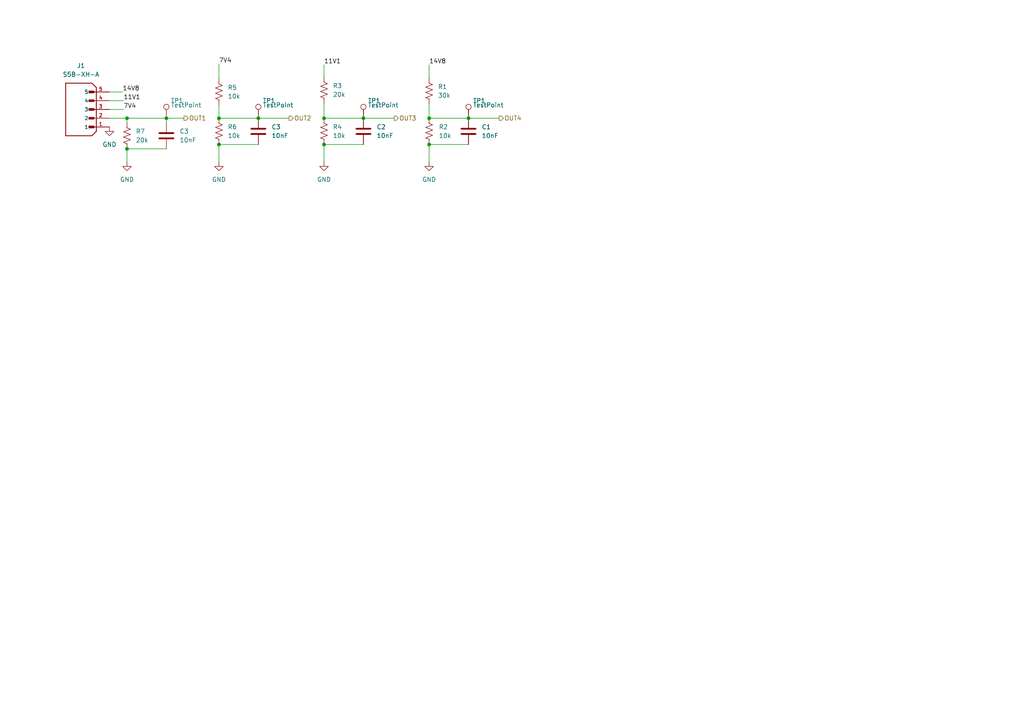
<source format=kicad_sch>
(kicad_sch (version 20230121) (generator eeschema)
  (paper "A4")
  (lib_symbols
    (symbol "Connector:TestPoint" (pin_numbers hide) (pin_names (offset 0.762) hide)
      (property "Reference" "TP" (at 0 6.858 0))
      (property "Value" "TestPoint" (at 0 5.08 0))
      (symbol "TestPoint_0_1"
        (circle (center 0 3.302) (radius 0.762))
      )
      (symbol "TestPoint_1_1"
        (pin passive line (at 0 0 90) (length 2.54) (name "1") (number "1"))
      )
    )
    (symbol "Device:C" (pin_numbers hide) (pin_names (offset 0.254))
      (property "Reference" "C" (at 0.635 2.54 0))
      (property "Value" "C" (at 0.635 -2.54 0))
      (symbol "C_0_1"
        (polyline (pts (xy -2.032 -0.762) (xy 2.032 -0.762)) (stroke (width 0.508)))
        (polyline (pts (xy -2.032 0.762) (xy 2.032 0.762)) (stroke (width 0.508)))
      )
      (symbol "C_1_1"
        (pin passive line (at 0 3.81 270) (length 2.794) (name "~") (number "1"))
        (pin passive line (at 0 -3.81 90) (length 2.794) (name "~") (number "2"))
      )
    )
    (symbol "Device:R_US" (pin_numbers hide) (pin_names (offset 0))
      (property "Reference" "R" (at 2.54 0 90))
      (property "Value" "R_US" (at -2.54 0 90))
      (symbol "R_US_0_1"
        (polyline (pts (xy 0 -2.286) (xy 0 -2.54)))
        (polyline (pts (xy 0 2.286) (xy 0 2.54)))
        (polyline (pts (xy 0 -0.762) (xy 1.016 -1.143) (xy 0 -1.524) (xy -1.016 -1.905) (xy 0 -2.286)))
        (polyline (pts (xy 0 0.762) (xy 1.016 0.381) (xy 0 0) (xy -1.016 -0.381) (xy 0 -0.762)))
        (polyline (pts (xy 0 2.286) (xy 1.016 1.905) (xy 0 1.524) (xy -1.016 1.143) (xy 0 0.762)))
      )
      (symbol "R_US_1_1"
        (pin passive line (at 0 3.81 270) (length 1.27) (name "~") (number "1"))
        (pin passive line (at 0 -3.81 90) (length 1.27) (name "~") (number "2"))
      )
    )
    (symbol "S5B-XH-A:S5B-XH-A" (pin_names (offset 1.016))
      (property "Reference" "J" (at 0 8.89 0))
      (property "Value" "S5B-XH-A" (at 0 -10.16 0))
      (symbol "S5B-XH-A_0_0"
        (rectangle (start -0.635 -5.3975) (end 0.9525 -4.7625) (stroke (width 0.1)) (fill (type outline)))
        (rectangle (start -0.635 -2.8575) (end 0.9525 -2.2225) (stroke (width 0.1)) (fill (type outline)))
        (rectangle (start -0.635 -0.3175) (end 0.9525 0.3175) (stroke (width 0.1)) (fill (type outline)))
        (rectangle (start -0.635 2.2225) (end 0.9525 2.8575) (stroke (width 0.1)) (fill (type outline)))
        (rectangle (start -0.635 4.7625) (end 0.9525 5.3975) (stroke (width 0.1)) (fill (type outline)))
        (polyline (pts (xy -1.27 -6.35) (xy 0 -7.62)) (stroke (width 0.254)))
        (polyline (pts (xy -1.27 6.35) (xy -1.27 -6.35)) (stroke (width 0.254)))
        (polyline (pts (xy -1.27 6.35) (xy 0 7.62)) (stroke (width 0.254)))
        (polyline (pts (xy 0 -7.62) (xy 7.62 -7.62)) (stroke (width 0.254)))
        (polyline (pts (xy 7.62 -7.62) (xy 7.62 7.62)) (stroke (width 0.254)))
        (polyline (pts (xy 7.62 7.62) (xy 0 7.62)) (stroke (width 0.254)))
        (pin passive line (at -5.08 5.08 0) (length 5.08) (name "1") (number "1"))
        (pin passive line (at -5.08 2.54 0) (length 5.08) (name "2") (number "2"))
        (pin passive line (at -5.08 0 0) (length 5.08) (name "3") (number "3"))
        (pin passive line (at -5.08 -2.54 0) (length 5.08) (name "4") (number "4"))
        (pin passive line (at -5.08 -5.08 0) (length 5.08) (name "5") (number "5"))
      )
    )
    (symbol "power:GND" (power) (pin_names (offset 0))
      (property "Value" "GND" (at 0 -3.81 0))
      (symbol "GND_0_1"
        (polyline (pts (xy 0 0) (xy 0 -1.27) (xy 1.27 -1.27) (xy 0 -2.54) (xy -1.27 -1.27) (xy 0 -1.27)))
      )
      (symbol "GND_1_1"
        (pin power_in line (at 0 0 270) (length 0) hide (name "GND") (number "1"))
      )
    )
  )
  (junction (at 36.83 34.29))
  (junction (at 48.26 34.29))
  (junction (at 93.98 41.91))
  (junction (at 63.5 34.29))
  (junction (at 124.46 34.29))
  (junction (at 93.98 34.29))
  (junction (at 135.89 34.29))
  (junction (at 124.46 41.91))
  (junction (at 63.5 41.91))
  (junction (at 74.93 34.29))
  (junction (at 105.41 34.29))
  (junction (at 36.83 43.18))
  (wire (pts (xy 36.83 43.18) (xy 36.83 46.99)))
  (wire (pts (xy 31.75 31.75) (xy 35.814 31.75)))
  (wire (pts (xy 36.83 43.18) (xy 48.26 43.18)))
  (wire (pts (xy 93.98 34.29) (xy 105.41 34.29)))
  (wire (pts (xy 31.75 29.21) (xy 35.814 29.21)))
  (wire (pts (xy 63.5 41.91) (xy 63.5 46.99)))
  (wire (pts (xy 124.46 41.91) (xy 124.46 46.99)))
  (wire (pts (xy 93.98 41.91) (xy 93.98 46.99)))
  (wire (pts (xy 124.46 18.796) (xy 124.46 22.606)))
  (wire (pts (xy 48.26 34.29) (xy 48.26 35.56)))
  (wire (pts (xy 124.46 41.91) (xy 135.89 41.91)))
  (wire (pts (xy 63.5 41.91) (xy 74.93 41.91)))
  (wire (pts (xy 105.41 34.29) (xy 114.3 34.29)))
  (wire (pts (xy 93.98 29.972) (xy 93.98 34.29)))
  (wire (pts (xy 63.5 34.29) (xy 74.93 34.29)))
  (wire (pts (xy 135.89 34.29) (xy 144.78 34.29)))
  (wire (pts (xy 93.98 41.91) (xy 105.41 41.91)))
  (wire (pts (xy 31.75 26.67) (xy 35.56 26.67)))
  (wire (pts (xy 63.5 18.542) (xy 63.5 22.86)))
  (wire (pts (xy 31.75 34.29) (xy 36.83 34.29)))
  (wire (pts (xy 74.93 34.29) (xy 83.82 34.29)))
  (wire (pts (xy 36.83 34.29) (xy 48.26 34.29)))
  (wire (pts (xy 48.26 34.29) (xy 53.34 34.29)))
  (wire (pts (xy 63.5 30.48) (xy 63.5 34.29)))
  (wire (pts (xy 124.46 34.29) (xy 135.89 34.29)))
  (wire (pts (xy 36.83 34.29) (xy 36.83 35.56)))
  (wire (pts (xy 93.98 18.796) (xy 93.98 22.352)))
  (wire (pts (xy 124.46 30.226) (xy 124.46 34.29)))
  (label "7V4" (at 63.5 18.542 0))
  (label "11V1" (at 93.98 18.796 0))
  (label "7V4" (at 35.814 31.75 0))
  (label "14V8" (at 35.56 26.67 0))
  (label "14V8" (at 124.46 18.796 0))
  (label "11V1" (at 35.814 29.21 0))
  (hierarchical_label "OUT2" (shape output) (at 83.82 34.29 0))
  (hierarchical_label "OUT1" (shape output) (at 53.34 34.29 0))
  (hierarchical_label "OUT4" (shape output) (at 144.78 34.29 0))
  (hierarchical_label "OUT3" (shape output) (at 114.3 34.29 0))
  (symbol (lib_id "Device:R_US") (at 36.83 39.37 0) (unit 1)
    (property "Reference" "R7" (at 39.37 38.1 0) (effects (justify left)))
    (property "Value" "20k" (at 39.37 40.64 0) (effects (justify left)))
    (property "Footprint" "Resistor_SMD:R_0805_2012Metric_Pad1.20x1.40mm_HandSolder" (effects hide))
  )
  (symbol (lib_id "power:GND") (at 31.75 36.83 0) (unit 1)
    (property "Reference" "#PWR01" (effects hide))
    (property "Value" "GND" (at 31.75 41.91 0))
  )
  (symbol (lib_id "Device:R_US") (at 124.46 38.1 180) (unit 1)
    (property "Reference" "R2" (at 127.254 36.83 0) (effects (justify right)))
    (property "Value" "10k" (at 127.254 39.37 0) (effects (justify right)))
    (property "Footprint" "Resistor_SMD:R_0805_2012Metric_Pad1.20x1.40mm_HandSolder" (effects hide))
  )
  (symbol (lib_id "Device:C") (at 74.93 38.1 0) (unit 1)
    (property "Reference" "C3" (at 78.74 36.83 0) (effects (justify left)))
    (property "Value" "10nF" (at 78.74 39.37 0) (effects (justify left)))
    (property "Footprint" "Capacitor_SMD:C_0805_2012Metric_Pad1.18x1.45mm_HandSolder" (effects hide))
  )
  (symbol (lib_id "Device:C") (at 135.89 38.1 0) (unit 1)
    (property "Reference" "C1" (at 139.7 36.83 0) (effects (justify left)))
    (property "Value" "10nF" (at 139.7 39.37 0) (effects (justify left)))
    (property "Footprint" "Capacitor_SMD:C_0805_2012Metric_Pad1.18x1.45mm_HandSolder" (effects hide))
  )
  (symbol (lib_id "Device:R_US") (at 93.98 38.1 0) (unit 1)
    (property "Reference" "R4" (at 96.52 36.83 0) (effects (justify left)))
    (property "Value" "10k" (at 96.52 39.37 0) (effects (justify left)))
    (property "Footprint" "Resistor_SMD:R_0805_2012Metric_Pad1.20x1.40mm_HandSolder" (effects hide))
  )
  (symbol (lib_id "power:GND") (at 63.5 46.99 0) (unit 1)
    (property "Reference" "#PWR04" (effects hide))
    (property "Value" "GND" (at 63.5 52.07 0))
  )
  (symbol (lib_id "power:GND") (at 124.46 46.99 0) (unit 1)
    (property "Reference" "#PWR02" (effects hide))
    (property "Value" "GND" (at 124.46 52.07 0))
  )
  (symbol (lib_id "Connector:TestPoint") (at 74.93 34.29 0) (unit 1)
    (property "Reference" "TP1" (at 76.1859 29.21 0) (effects (justify left)))
    (property "Value" "TestPoint" (at 76.1859 30.48 0) (effects (justify left)))
    (property "Footprint" "PCM_4ms_TestPoint:TestPoint_Pad_06" (effects hide))
    (instances (project "battery monitoring board" (path "" (reference "TP1") (unit 1)) (path "" (reference "TP9") (unit 1)) (path "" (reference "21") (unit 1)) (path "" (reference "2") (unit 1))))
  )
  (symbol (lib_id "Device:R_US") (at 93.98 26.162 180) (unit 1)
    (property "Reference" "R3" (at 96.52 24.892 0) (effects (justify right)))
    (property "Value" "20k" (at 96.52 27.432 0) (effects (justify right)))
    (property "Footprint" "Resistor_SMD:R_0805_2012Metric_Pad1.20x1.40mm_HandSolder" (effects hide))
  )
  (symbol (lib_id "power:GND") (at 93.98 46.99 0) (unit 1)
    (property "Reference" "#PWR03" (effects hide))
    (property "Value" "GND" (at 93.98 52.07 0))
  )
  (symbol (lib_id "Device:C") (at 48.26 39.37 0) (unit 1)
    (property "Reference" "C3" (at 52.07 38.1 0) (effects (justify left)))
    (property "Value" "10nF" (at 52.07 40.64 0) (effects (justify left)))
    (property "Footprint" "Capacitor_SMD:C_0805_2012Metric_Pad1.18x1.45mm_HandSolder" (effects hide))
  )
  (symbol (lib_id "Connector:TestPoint") (at 48.26 34.29 0) (unit 1)
    (property "Reference" "TP1" (at 49.5159 29.21 0) (effects (justify left)))
    (property "Value" "TestPoint" (at 49.5159 30.48 0) (effects (justify left)))
    (property "Footprint" "PCM_4ms_TestPoint:TestPoint_Pad_06" (effects hide))
    (instances (project "battery monitoring board" (path "" (reference "TP1") (unit 1)) (path "" (reference "TP9") (unit 1)) (path "" (reference "11") (unit 1)) (path "" (reference "12") (unit 1))))
  )
  (symbol (lib_id "Device:R_US") (at 124.46 26.416 180) (unit 1)
    (property "Reference" "R1" (at 127 25.146 0) (effects (justify right)))
    (property "Value" "30k" (at 127 27.686 0) (effects (justify right)))
    (property "Footprint" "Resistor_SMD:R_0805_2012Metric_Pad1.20x1.40mm_HandSolder" (effects hide))
  )
  (symbol (lib_id "Device:R_US") (at 63.5 38.1 0) (unit 1)
    (property "Reference" "R6" (at 66.04 36.83 0) (effects (justify left)))
    (property "Value" "10k" (at 66.04 39.37 0) (effects (justify left)))
    (property "Footprint" "Resistor_SMD:R_0805_2012Metric_Pad1.20x1.40mm_HandSolder" (effects hide))
  )
  (symbol (lib_id "Device:C") (at 105.41 38.1 0) (unit 1)
    (property "Reference" "C2" (at 109.22 36.83 0) (effects (justify left)))
    (property "Value" "10nF" (at 109.22 39.37 0) (effects (justify left)))
    (property "Footprint" "Capacitor_SMD:C_0805_2012Metric_Pad1.18x1.45mm_HandSolder" (effects hide))
  )
  (symbol (lib_id "Device:R_US") (at 63.5 26.67 180) (unit 1)
    (property "Reference" "R5" (at 66.04 25.4 0) (effects (justify right)))
    (property "Value" "10k" (at 66.04 27.94 0) (effects (justify right)))
    (property "Footprint" "Resistor_SMD:R_0805_2012Metric_Pad1.20x1.40mm_HandSolder" (effects hide))
  )
  (symbol (lib_id "power:GND") (at 36.83 46.99 0) (unit 1)
    (property "Reference" "#PWR05" (effects hide))
    (property "Value" "GND" (at 36.83 52.07 0))
  )
  (symbol (lib_id "S5B-XH-A:S5B-XH-A") (at 26.67 31.75 180) (unit 1)
    (property "Reference" "J1" (at 23.495 19.05 0))
    (property "Value" "S5B-XH-A" (at 23.495 21.59 0))
    (property "Footprint" "Connector_JST:JST_XH_B5B-XH-A_1x05_P2.50mm_Vertical" (effects hide))
    (property "MF" "JST Sales" (effects hide))
    (property "MAXIMUM_PACKAGE_HEIGHT" "6.1mm" (effects hide))
    (property "Package" "None" (effects hide))
    (property "Price" "None" (effects hide))
    (property "Check_prices" "https://www.snapeda.com/parts/S5B-XH-A/JST+Sales+America+Inc./view-part/?ref=eda" (effects hide))
    (property "STANDARD" "Manufacturer Recommendations" (effects hide))
    (property "PARTREV" "27-1-20" (effects hide))
    (property "SnapEDA_Link" "https://www.snapeda.com/parts/S5B-XH-A/JST+Sales+America+Inc./view-part/?ref=snap" (effects hide))
    (property "MP" "S5B-XH-A" (effects hide))
    (property "Purchase-URL" "https://www.snapeda.com/api/url_track_click_mouser/?unipart_id=494429&manufacturer=JST Sales&part_name=S5B-XH-A&search_term=jst xh" (effects hide))
    (property "Description" "\nConnector Header Through Hole, Right Angle 5 position 0.098 (2.50mm)\n" (effects hide))
    (property "Availability" "In Stock" (effects hide))
    (property "MANUFACTURER" "JST" (effects hide))
  )
  (symbol (lib_id "Connector:TestPoint") (at 135.89 34.29 0) (unit 1)
    (property "Reference" "TP1" (at 137.1459 29.21 0) (effects (justify left)))
    (property "Value" "TestPoint" (at 137.1459 30.48 0) (effects (justify left)))
    (property "Footprint" "PCM_4ms_TestPoint:TestPoint_Pad_06" (effects hide))
    (instances (project "battery monitoring board" (path "" (reference "TP1") (unit 1)) (path "" (reference "TP9") (unit 1)) (path "" (reference "41") (unit 1)) (path "" (reference "42") (unit 1))))
  )
  (symbol (lib_id "Connector:TestPoint") (at 105.41 34.29 0) (unit 1)
    (property "Reference" "TP1" (at 106.6659 29.21 0) (effects (justify left)))
    (property "Value" "TestPoint" (at 106.6659 30.48 0) (effects (justify left)))
    (property "Footprint" "PCM_4ms_TestPoint:TestPoint_Pad_06" (effects hide))
    (instances (project "battery monitoring board" (path "" (reference "TP1") (unit 1)) (path "" (reference "TP9") (unit 1)) (path "" (reference "31") (unit 1)) (path "" (reference "32") (unit 1))))
  )
)
</source>
